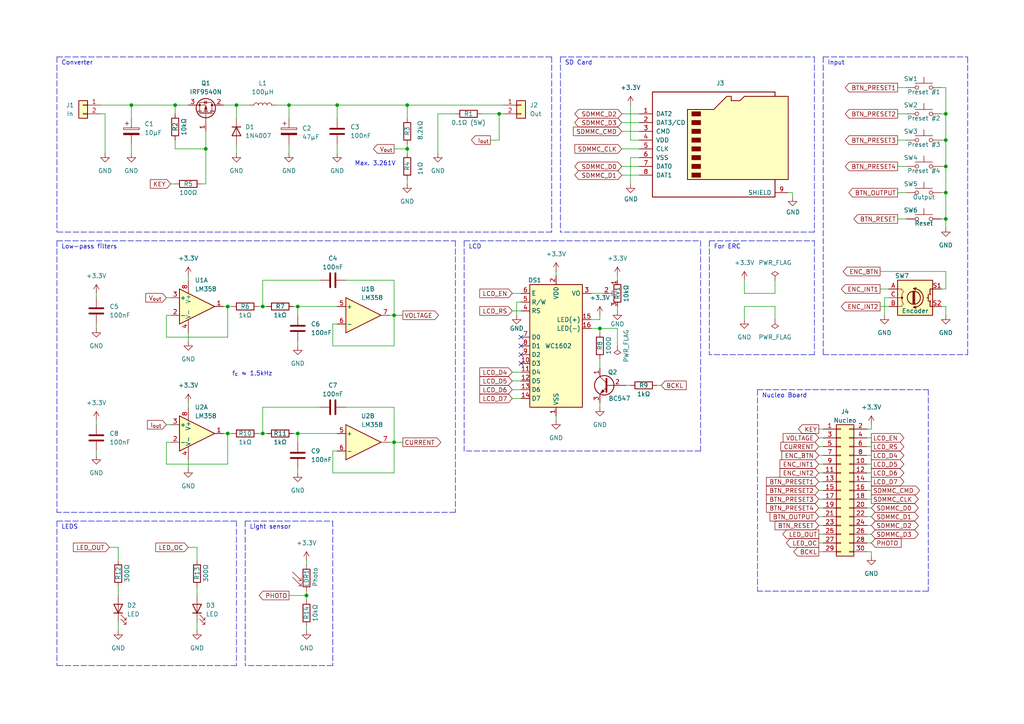
<source format=kicad_sch>
(kicad_sch (version 20211123) (generator eeschema)
  (paper "A4")
  (title_block (title "DC-DC Buck Converter") (date "2023-01-15") (rev "0.1.0"))
  (lib_symbols
    (symbol "Amplifier_Operational:LM358" (pin_names (offset 0.127))
      (property "Reference" "U" (at 0 5.08 0))
      (property "Value" "LM358" (at 0 -5.08 0))
      (symbol "LM358_1_1"
        (pin output line (at 7.62 0 180) (length 2.54) (name "~") (number "1"))
        (pin input line (at -7.62 -2.54 0) (length 2.54) (name "-") (number "2"))
        (pin input line (at -7.62 2.54 0) (length 2.54) (name "+") (number "3"))
      )
      (symbol "LM358_2_1"
        (pin input line (at -7.62 2.54 0) (length 2.54) (name "+") (number "5"))
        (pin input line (at -7.62 -2.54 0) (length 2.54) (name "-") (number "6"))
        (pin output line (at 7.62 0 180) (length 2.54) (name "~") (number "7"))
      )
      (symbol "LM358_3_1"
        (pin power_in line (at -2.54 -7.62 90) (length 3.81) (name "V-") (number "4"))
        (pin power_in line (at -2.54 7.62 270) (length 3.81) (name "V+") (number "8"))
      )
    )
    (symbol "Connector:Micro_SD_Card" (pin_names (offset 1.016))
      (property "Reference" "J" (at -16.51 15.24 0))
      (property "Value" "Micro_SD_Card" (at 16.51 15.24 0))
      (symbol "Micro_SD_Card_1_1"
        (pin bidirectional line (at -22.86 7.62 0) (length 3.81) (name "DAT2") (number "1"))
        (pin bidirectional line (at -22.86 5.08 0) (length 3.81) (name "DAT3/CD") (number "2"))
        (pin input line (at -22.86 2.54 0) (length 3.81) (name "CMD") (number "3"))
        (pin power_in line (at -22.86 0 0) (length 3.81) (name "VDD") (number "4"))
        (pin input line (at -22.86 -2.54 0) (length 3.81) (name "CLK") (number "5"))
        (pin power_in line (at -22.86 -5.08 0) (length 3.81) (name "VSS") (number "6"))
        (pin bidirectional line (at -22.86 -7.62 0) (length 3.81) (name "DAT0") (number "7"))
        (pin bidirectional line (at -22.86 -10.16 0) (length 3.81) (name "DAT1") (number "8"))
        (pin passive line (at 20.32 -15.24 180) (length 3.81) (name "SHIELD") (number "9"))
      )
    )
    (symbol "Connector_Generic:Conn_01x02" (pin_names (offset 1.016) hide)
      (property "Reference" "J" (at 0 2.54 0))
      (property "Value" "Conn_01x02" (at 0 -5.08 0))
      (symbol "Conn_01x02_1_1"
        (pin passive line (at -5.08 0 0) (length 3.81) (name "Pin_1") (number "1"))
        (pin passive line (at -5.08 -2.54 0) (length 3.81) (name "Pin_2") (number "2"))
      )
    )
    (symbol "Connector_Generic:Conn_02x15_Odd_Even" (pin_names (offset 1.016) hide)
      (property "Reference" "J" (at 1.27 20.32 0))
      (property "Value" "Conn_02x15_Odd_Even" (at 1.27 -20.32 0))
      (symbol "Conn_02x15_Odd_Even_1_1"
        (pin passive line (at -5.08 17.78 0) (length 3.81) (name "Pin_1") (number "1"))
        (pin passive line (at 7.62 7.62 180) (length 3.81) (name "Pin_10") (number "10"))
        (pin passive line (at -5.08 5.08 0) (length 3.81) (name "Pin_11") (number "11"))
        (pin passive line (at 7.62 5.08 180) (length 3.81) (name "Pin_12") (number "12"))
        (pin passive line (at -5.08 2.54 0) (length 3.81) (name "Pin_13") (number "13"))
        (pin passive line (at 7.62 2.54 180) (length 3.81) (name "Pin_14") (number "14"))
        (pin passive line (at -5.08 0 0) (length 3.81) (name "Pin_15") (number "15"))
        (pin passive line (at 7.62 0 180) (length 3.81) (name "Pin_16") (number "16"))
        (pin passive line (at -5.08 -2.54 0) (length 3.81) (name "Pin_17") (number "17"))
        (pin passive line (at 7.62 -2.54 180) (length 3.81) (name "Pin_18") (number "18"))
        (pin passive line (at -5.08 -5.08 0) (length 3.81) (name "Pin_19") (number "19"))
        (pin passive line (at 7.62 17.78 180) (length 3.81) (name "Pin_2") (number "2"))
        (pin passive line (at 7.62 -5.08 180) (length 3.81) (name "Pin_20") (number "20"))
        (pin passive line (at -5.08 -7.62 0) (length 3.81) (name "Pin_21") (number "21"))
        (pin passive line (at 7.62 -7.62 180) (length 3.81) (name "Pin_22") (number "22"))
        (pin passive line (at -5.08 -10.16 0) (length 3.81) (name "Pin_23") (number "23"))
        (pin passive line (at 7.62 -10.16 180) (length 3.81) (name "Pin_24") (number "24"))
        (pin passive line (at -5.08 -12.7 0) (length 3.81) (name "Pin_25") (number "25"))
        (pin passive line (at 7.62 -12.7 180) (length 3.81) (name "Pin_26") (number "26"))
        (pin passive line (at -5.08 -15.24 0) (length 3.81) (name "Pin_27") (number "27"))
        (pin passive line (at 7.62 -15.24 180) (length 3.81) (name "Pin_28") (number "28"))
        (pin passive line (at -5.08 -17.78 0) (length 3.81) (name "Pin_29") (number "29"))
        (pin passive line (at -5.08 15.24 0) (length 3.81) (name "Pin_3") (number "3"))
        (pin passive line (at 7.62 -17.78 180) (length 3.81) (name "Pin_30") (number "30"))
        (pin passive line (at 7.62 15.24 180) (length 3.81) (name "Pin_4") (number "4"))
        (pin passive line (at -5.08 12.7 0) (length 3.81) (name "Pin_5") (number "5"))
        (pin passive line (at 7.62 12.7 180) (length 3.81) (name "Pin_6") (number "6"))
        (pin passive line (at -5.08 10.16 0) (length 3.81) (name "Pin_7") (number "7"))
        (pin passive line (at 7.62 10.16 180) (length 3.81) (name "Pin_8") (number "8"))
        (pin passive line (at -5.08 7.62 0) (length 3.81) (name "Pin_9") (number "9"))
      )
    )
    (symbol "Device:C" (pin_numbers hide) (pin_names (offset 0.254))
      (property "Reference" "C" (at 0.635 2.54 0))
      (property "Value" "C" (at 0.635 -2.54 0))
      (symbol "C_1_1"
        (pin passive line (at 0 3.81 270) (length 2.794) (name "~") (number "1"))
        (pin passive line (at 0 -3.81 90) (length 2.794) (name "~") (number "2"))
      )
    )
    (symbol "Device:C_Polarized" (pin_numbers hide) (pin_names (offset 0.254))
      (property "Reference" "C" (at 0.635 2.54 0))
      (property "Value" "C_Polarized" (at 0.635 -2.54 0))
      (symbol "C_Polarized_1_1"
        (pin passive line (at 0 3.81 270) (length 2.794) (name "~") (number "1"))
        (pin passive line (at 0 -3.81 90) (length 2.794) (name "~") (number "2"))
      )
    )
    (symbol "Device:L" (pin_numbers hide) (pin_names (offset 1.016) hide)
      (property "Reference" "L" (at -1.27 0 90))
      (property "Value" "L" (at 1.905 0 90))
      (symbol "L_1_1"
        (pin passive line (at 0 3.81 270) (length 1.27) (name "1") (number "1"))
        (pin passive line (at 0 -3.81 90) (length 1.27) (name "2") (number "2"))
      )
    )
    (symbol "Device:LED" (pin_numbers hide) (pin_names (offset 1.016) hide)
      (property "Reference" "D" (at 0 2.54 0))
      (property "Value" "LED" (at 0 -2.54 0))
      (symbol "LED_1_1"
        (pin passive line (at -3.81 0 0) (length 2.54) (name "K") (number "1"))
        (pin passive line (at 3.81 0 180) (length 2.54) (name "A") (number "2"))
      )
    )
    (symbol "Device:R" (pin_numbers hide) (pin_names (offset 0))
      (property "Reference" "R" (at 2.032 0 90))
      (property "Value" "R" (at 0 0 90))
      (symbol "R_1_1"
        (pin passive line (at 0 3.81 270) (length 1.27) (name "~") (number "1"))
        (pin passive line (at 0 -3.81 90) (length 1.27) (name "~") (number "2"))
      )
    )
    (symbol "Device:R_Photo" (pin_numbers hide) (pin_names (offset 0))
      (property "Reference" "R" (at 1.27 1.27 0))
      (property "Value" "R_Photo" (at 1.27 0 0))
      (symbol "R_Photo_1_1"
        (pin passive line (at 0 3.81 270) (length 1.27) (name "~") (number "1"))
        (pin passive line (at 0 -3.81 90) (length 1.27) (name "~") (number "2"))
      )
    )
    (symbol "Device:R_Potentiometer_Trim" (pin_names (offset 1.016) hide)
      (property "Reference" "RV" (at -4.445 0 90))
      (property "Value" "R_Potentiometer_Trim" (at -2.54 0 90))
      (symbol "R_Potentiometer_Trim_1_1"
        (pin passive line (at 0 3.81 270) (length 1.27) (name "1") (number "1"))
        (pin passive line (at 3.81 0 180) (length 1.27) (name "2") (number "2"))
        (pin passive line (at 0 -3.81 90) (length 1.27) (name "3") (number "3"))
      )
    )
    (symbol "Device:RotaryEncoder_Switch" (pin_names (offset 0.254) hide)
      (property "Reference" "SW" (at 0 6.604 0))
      (property "Value" "RotaryEncoder_Switch" (at 0 -6.604 0))
      (symbol "RotaryEncoder_Switch_1_1"
        (pin passive line (at -7.62 2.54 0) (length 2.54) (name "A") (number "A"))
        (pin passive line (at -7.62 -2.54 0) (length 2.54) (name "B") (number "B"))
        (pin passive line (at -7.62 0 0) (length 2.54) (name "C") (number "C"))
        (pin passive line (at 7.62 2.54 180) (length 2.54) (name "S1") (number "S1"))
        (pin passive line (at 7.62 -2.54 180) (length 2.54) (name "S2") (number "S2"))
      )
    )
    (symbol "Diode:1N4007" (pin_numbers hide) (pin_names hide)
      (property "Reference" "D" (at 0 2.54 0))
      (property "Value" "1N4007" (at 0 -2.54 0))
      (symbol "1N4007_1_1"
        (pin passive line (at -3.81 0 0) (length 2.54) (name "K") (number "1"))
        (pin passive line (at 3.81 0 180) (length 2.54) (name "A") (number "2"))
      )
    )
    (symbol "Display_Character:WC1602A"
      (property "Reference" "DS" (at -5.842 19.05 0))
      (property "Value" "WC1602A" (at 5.334 19.05 0))
      (symbol "WC1602A_1_1"
        (pin power_in line (at 0 -20.32 90) (length 2.54) (name "VSS") (number "1"))
        (pin input line (at -10.16 -5.08 0) (length 2.54) (name "D3") (number "10"))
        (pin input line (at -10.16 -7.62 0) (length 2.54) (name "D4") (number "11"))
        (pin input line (at -10.16 -10.16 0) (length 2.54) (name "D5") (number "12"))
        (pin input line (at -10.16 -12.7 0) (length 2.54) (name "D6") (number "13"))
        (pin input line (at -10.16 -15.24 0) (length 2.54) (name "D7") (number "14"))
        (pin power_in line (at 10.16 7.62 180) (length 2.54) (name "LED(+)") (number "15"))
        (pin power_in line (at 10.16 5.08 180) (length 2.54) (name "LED(-)") (number "16"))
        (pin power_in line (at 0 20.32 270) (length 2.54) (name "VDD") (number "2"))
        (pin input line (at 10.16 15.24 180) (length 2.54) (name "VO") (number "3"))
        (pin input line (at -10.16 10.16 0) (length 2.54) (name "RS") (number "4"))
        (pin input line (at -10.16 12.7 0) (length 2.54) (name "R/W") (number "5"))
        (pin input line (at -10.16 15.24 0) (length 2.54) (name "E") (number "6"))
        (pin input line (at -10.16 2.54 0) (length 2.54) (name "D0") (number "7"))
        (pin input line (at -10.16 0 0) (length 2.54) (name "D1") (number "8"))
        (pin input line (at -10.16 -2.54 0) (length 2.54) (name "D2") (number "9"))
      )
    )
    (symbol "Switch:SW_Push" (pin_numbers hide) (pin_names (offset 1.016) hide)
      (property "Reference" "SW" (at 1.27 2.54 0))
      (property "Value" "SW_Push" (at 0 -1.524 0))
      (symbol "SW_Push_0_1"
        (pin passive line (at -5.08 0 0) (length 2.54) (name "1") (number "1"))
        (pin passive line (at 5.08 0 180) (length 2.54) (name "2") (number "2"))
      )
    )
    (symbol "Transistor_BJT:BC547" (pin_names (offset 0) hide)
      (property "Reference" "Q" (at 5.08 1.905 0))
      (property "Value" "BC547" (at 5.08 0 0))
      (symbol "BC547_1_1"
        (pin passive line (at 2.54 5.08 270) (length 2.54) (name "C") (number "1"))
        (pin input line (at -5.08 0 0) (length 5.08) (name "B") (number "2"))
        (pin passive line (at 2.54 -5.08 90) (length 2.54) (name "E") (number "3"))
      )
    )
    (symbol "Transistor_FET:IRF9540N" (pin_names hide)
      (property "Reference" "Q" (at 5.08 1.905 0))
      (property "Value" "IRF9540N" (at 5.08 0 0))
      (symbol "IRF9540N_1_1"
        (pin input line (at -5.08 0 0) (length 2.54) (name "G") (number "1"))
        (pin passive line (at 2.54 5.08 270) (length 2.54) (name "D") (number "2"))
        (pin passive line (at 2.54 -5.08 90) (length 2.54) (name "S") (number "3"))
      )
    )
    (symbol "power:+3.3V" (power) (pin_names (offset 0))
      (property "Value" "+3.3V" (at 0 3.556 0))
      (symbol "+3.3V_1_1"
        (pin power_in line (at 0 0 90) (length 0) hide (name "+3.3V") (number "1"))
      )
    )
    (symbol "power:GND" (power) (pin_names (offset 0))
      (property "Value" "GND" (at 0 -3.81 0))
      (symbol "GND_1_1"
        (pin power_in line (at 0 0 270) (length 0) hide (name "GND") (number "1"))
      )
    )
    (symbol "power:PWR_FLAG" (power) (pin_numbers hide) (pin_names (offset 0) hide)
      (property "Value" "PWR_FLAG" (at 0 3.81 0))
      (symbol "PWR_FLAG_0_0"
        (pin power_out line (at 0 0 90) (length 0) (name "pwr") (number "1"))
      )
    )
  )
  (junction (at 114.3 91.44))
  (junction (at 274.32 48.26))
  (junction (at 118.11 43.18))
  (junction (at 66.04 125.73))
  (junction (at 173.99 95.25))
  (junction (at 274.32 40.64))
  (junction (at 59.69 43.18))
  (junction (at 118.11 30.48))
  (junction (at 86.36 88.9))
  (junction (at 88.9 172.72))
  (junction (at 114.3 128.27))
  (junction (at 97.79 30.48))
  (junction (at 86.36 125.73))
  (junction (at 83.82 30.48))
  (junction (at 68.58 30.48))
  (junction (at 38.1 30.48))
  (junction (at 76.2 125.73))
  (junction (at 66.04 88.9))
  (junction (at 274.32 33.02))
  (junction (at 50.8 30.48))
  (junction (at 274.32 63.5))
  (junction (at 274.32 55.88))
  (junction (at 76.2 88.9))
  (junction (at 144.78 33.02))
  (no_connect (at 151.13 100.33))
  (no_connect (at 151.13 102.87))
  (no_connect (at 151.13 105.41))
  (no_connect (at 151.13 97.79))
  (wire (pts (xy 88.9 162.56) (xy 88.9 163.83)))
  (wire (pts (xy 181.61 111.76) (xy 182.88 111.76)))
  (wire (pts (xy 58.42 53.34) (xy 59.69 53.34)))
  (wire (pts (xy 151.13 87.63) (xy 149.86 87.63)))
  (wire (pts (xy 173.99 91.44) (xy 173.99 92.71)))
  (polyline (pts (xy 238.76 102.87) (xy 280.67 102.87)))
  (wire (pts (xy 274.32 78.74) (xy 255.27 78.74)))
  (polyline (pts (xy 71.12 151.13) (xy 96.52 151.13)))
  (wire (pts (xy 229.87 55.88) (xy 228.6 55.88)))
  (wire (pts (xy 237.49 154.94) (xy 238.76 154.94)))
  (wire (pts (xy 57.15 170.18) (xy 57.15 172.72)))
  (wire (pts (xy 252.73 134.62) (xy 251.46 134.62)))
  (wire (pts (xy 66.04 88.9) (xy 67.31 88.9)))
  (polyline (pts (xy 16.51 16.51) (xy 160.02 16.51)))
  (wire (pts (xy 97.79 41.91) (xy 97.79 44.45)))
  (polyline (pts (xy 269.24 171.45) (xy 219.71 171.45)))
  (wire (pts (xy 85.09 88.9) (xy 86.36 88.9)))
  (wire (pts (xy 31.75 158.75) (xy 34.29 158.75)))
  (wire (pts (xy 118.11 41.91) (xy 118.11 43.18)))
  (wire (pts (xy 255.27 83.82) (xy 257.81 83.82)))
  (wire (pts (xy 260.35 48.26) (xy 262.89 48.26)))
  (wire (pts (xy 64.77 88.9) (xy 66.04 88.9)))
  (wire (pts (xy 274.32 55.88) (xy 274.32 63.5)))
  (wire (pts (xy 260.35 55.88) (xy 262.89 55.88)))
  (wire (pts (xy 59.69 43.18) (xy 50.8 43.18)))
  (wire (pts (xy 224.79 88.9) (xy 215.9 88.9)))
  (wire (pts (xy 251.46 160.02) (xy 252.73 160.02)))
  (wire (pts (xy 48.26 128.27) (xy 48.26 134.62)))
  (polyline (pts (xy 134.62 69.85) (xy 134.62 130.81)))
  (wire (pts (xy 68.58 30.48) (xy 72.39 30.48)))
  (wire (pts (xy 48.26 123.19) (xy 49.53 123.19)))
  (wire (pts (xy 127 33.02) (xy 127 44.45)))
  (wire (pts (xy 113.03 91.44) (xy 114.3 91.44)))
  (wire (pts (xy 252.73 132.08) (xy 251.46 132.08)))
  (wire (pts (xy 27.94 85.09) (xy 27.94 86.36)))
  (polyline (pts (xy 162.56 16.51) (xy 162.56 67.31)))
  (wire (pts (xy 144.78 33.02) (xy 146.05 33.02)))
  (wire (pts (xy 224.79 92.71) (xy 224.79 88.9)))
  (wire (pts (xy 86.36 88.9) (xy 97.79 88.9)))
  (wire (pts (xy 274.32 88.9) (xy 273.05 88.9)))
  (wire (pts (xy 114.3 81.28) (xy 114.3 91.44)))
  (wire (pts (xy 30.48 44.45) (xy 30.48 33.02)))
  (wire (pts (xy 252.73 137.16) (xy 251.46 137.16)))
  (wire (pts (xy 88.9 172.72) (xy 88.9 173.99)))
  (wire (pts (xy 255.27 88.9) (xy 257.81 88.9)))
  (wire (pts (xy 142.24 40.64) (xy 144.78 40.64)))
  (wire (pts (xy 161.29 120.65) (xy 161.29 121.92)))
  (wire (pts (xy 237.49 149.86) (xy 238.76 149.86)))
  (wire (pts (xy 274.32 40.64) (xy 274.32 48.26)))
  (wire (pts (xy 171.45 85.09) (xy 175.26 85.09)))
  (wire (pts (xy 148.59 115.57) (xy 151.13 115.57)))
  (wire (pts (xy 237.49 129.54) (xy 238.76 129.54)))
  (wire (pts (xy 274.32 83.82) (xy 274.32 78.74)))
  (wire (pts (xy 64.77 125.73) (xy 66.04 125.73)))
  (wire (pts (xy 179.07 80.01) (xy 179.07 81.28)))
  (polyline (pts (xy 205.74 69.85) (xy 236.22 69.85)))
  (wire (pts (xy 64.77 30.48) (xy 68.58 30.48)))
  (wire (pts (xy 252.73 124.46) (xy 252.73 123.19)))
  (wire (pts (xy 260.35 25.4) (xy 262.89 25.4)))
  (polyline (pts (xy 68.58 193.04) (xy 16.51 193.04)))
  (wire (pts (xy 252.73 152.4) (xy 251.46 152.4)))
  (wire (pts (xy 96.52 93.98) (xy 96.52 100.33)))
  (wire (pts (xy 273.05 63.5) (xy 274.32 63.5)))
  (wire (pts (xy 161.29 78.74) (xy 161.29 80.01)))
  (wire (pts (xy 190.5 111.76) (xy 191.77 111.76)))
  (wire (pts (xy 97.79 30.48) (xy 97.79 34.29)))
  (wire (pts (xy 49.53 53.34) (xy 50.8 53.34)))
  (wire (pts (xy 182.88 30.48) (xy 182.88 40.64)))
  (wire (pts (xy 252.73 127) (xy 251.46 127)))
  (polyline (pts (xy 132.08 148.59) (xy 16.51 148.59)))
  (wire (pts (xy 127 33.02) (xy 132.08 33.02)))
  (polyline (pts (xy 96.52 193.04) (xy 71.12 193.04)))
  (wire (pts (xy 97.79 93.98) (xy 96.52 93.98)))
  (polyline (pts (xy 71.12 151.13) (xy 71.12 193.04)))
  (wire (pts (xy 256.54 86.36) (xy 256.54 91.44)))
  (wire (pts (xy 215.9 88.9) (xy 215.9 92.71)))
  (wire (pts (xy 76.2 125.73) (xy 77.47 125.73)))
  (wire (pts (xy 182.88 53.34) (xy 182.88 45.72)))
  (polyline (pts (xy 134.62 69.85) (xy 203.2 69.85)))
  (wire (pts (xy 260.35 33.02) (xy 262.89 33.02)))
  (wire (pts (xy 252.73 149.86) (xy 251.46 149.86)))
  (wire (pts (xy 114.3 128.27) (xy 116.84 128.27)))
  (wire (pts (xy 180.34 33.02) (xy 185.42 33.02)))
  (wire (pts (xy 66.04 88.9) (xy 66.04 97.79)))
  (polyline (pts (xy 16.51 151.13) (xy 68.58 151.13)))
  (wire (pts (xy 148.59 90.17) (xy 151.13 90.17)))
  (polyline (pts (xy 280.67 102.87) (xy 280.67 16.51)))
  (wire (pts (xy 257.81 86.36) (xy 256.54 86.36)))
  (polyline (pts (xy 16.51 69.85) (xy 16.51 148.59)))
  (wire (pts (xy 229.87 57.15) (xy 229.87 55.88)))
  (wire (pts (xy 237.49 124.46) (xy 238.76 124.46)))
  (wire (pts (xy 83.82 41.91) (xy 83.82 44.45)))
  (polyline (pts (xy 236.22 16.51) (xy 236.22 67.31)))
  (polyline (pts (xy 236.22 102.87) (xy 205.74 102.87)))
  (wire (pts (xy 273.05 83.82) (xy 274.32 83.82)))
  (wire (pts (xy 260.35 63.5) (xy 262.89 63.5)))
  (wire (pts (xy 237.49 137.16) (xy 238.76 137.16)))
  (wire (pts (xy 27.94 130.81) (xy 27.94 132.08)))
  (wire (pts (xy 86.36 125.73) (xy 97.79 125.73)))
  (wire (pts (xy 96.52 130.81) (xy 96.52 137.16)))
  (wire (pts (xy 54.61 30.48) (xy 50.8 30.48)))
  (wire (pts (xy 237.49 147.32) (xy 238.76 147.32)))
  (wire (pts (xy 113.03 128.27) (xy 114.3 128.27)))
  (polyline (pts (xy 203.2 69.85) (xy 203.2 130.81)))
  (polyline (pts (xy 205.74 69.85) (xy 205.74 102.87)))
  (wire (pts (xy 118.11 43.18) (xy 118.11 44.45)))
  (wire (pts (xy 182.88 45.72) (xy 185.42 45.72)))
  (wire (pts (xy 86.36 88.9) (xy 86.36 91.44)))
  (wire (pts (xy 86.36 99.06) (xy 86.36 100.33)))
  (wire (pts (xy 76.2 88.9) (xy 77.47 88.9)))
  (wire (pts (xy 237.49 134.62) (xy 238.76 134.62)))
  (wire (pts (xy 180.34 43.18) (xy 185.42 43.18)))
  (wire (pts (xy 48.26 97.79) (xy 66.04 97.79)))
  (wire (pts (xy 27.94 93.98) (xy 27.94 95.25)))
  (wire (pts (xy 54.61 116.84) (xy 54.61 118.11)))
  (polyline (pts (xy 236.22 67.31) (xy 162.56 67.31)))
  (wire (pts (xy 237.49 152.4) (xy 238.76 152.4)))
  (wire (pts (xy 34.29 180.34) (xy 34.29 182.88)))
  (wire (pts (xy 50.8 30.48) (xy 38.1 30.48)))
  (wire (pts (xy 273.05 33.02) (xy 274.32 33.02)))
  (polyline (pts (xy 162.56 16.51) (xy 236.22 16.51)))
  (wire (pts (xy 237.49 157.48) (xy 238.76 157.48)))
  (wire (pts (xy 96.52 100.33) (xy 114.3 100.33)))
  (wire (pts (xy 74.93 88.9) (xy 76.2 88.9)))
  (wire (pts (xy 237.49 160.02) (xy 238.76 160.02)))
  (wire (pts (xy 215.9 85.09) (xy 224.79 85.09)))
  (wire (pts (xy 274.32 63.5) (xy 274.32 66.04)))
  (wire (pts (xy 50.8 43.18) (xy 50.8 40.64)))
  (wire (pts (xy 54.61 96.52) (xy 54.61 99.06)))
  (wire (pts (xy 252.73 147.32) (xy 251.46 147.32)))
  (wire (pts (xy 148.59 85.09) (xy 151.13 85.09)))
  (wire (pts (xy 86.36 135.89) (xy 86.36 137.16)))
  (polyline (pts (xy 160.02 67.31) (xy 16.51 67.31)))
  (wire (pts (xy 88.9 181.61) (xy 88.9 182.88)))
  (wire (pts (xy 252.73 139.7) (xy 251.46 139.7)))
  (wire (pts (xy 30.48 33.02) (xy 29.21 33.02)))
  (wire (pts (xy 34.29 170.18) (xy 34.29 172.72)))
  (wire (pts (xy 100.33 81.28) (xy 114.3 81.28)))
  (wire (pts (xy 274.32 48.26) (xy 274.32 55.88)))
  (wire (pts (xy 148.59 110.49) (xy 151.13 110.49)))
  (wire (pts (xy 173.99 96.52) (xy 173.99 95.25)))
  (wire (pts (xy 215.9 81.28) (xy 215.9 85.09)))
  (wire (pts (xy 68.58 30.48) (xy 68.58 34.29)))
  (wire (pts (xy 48.26 134.62) (xy 66.04 134.62)))
  (wire (pts (xy 97.79 130.81) (xy 96.52 130.81)))
  (polyline (pts (xy 16.51 151.13) (xy 16.51 193.04)))
  (wire (pts (xy 118.11 53.34) (xy 118.11 52.07)))
  (wire (pts (xy 273.05 55.88) (xy 274.32 55.88)))
  (wire (pts (xy 85.09 125.73) (xy 86.36 125.73)))
  (wire (pts (xy 27.94 121.92) (xy 27.94 123.19)))
  (wire (pts (xy 59.69 43.18) (xy 59.69 53.34)))
  (wire (pts (xy 80.01 30.48) (xy 83.82 30.48)))
  (wire (pts (xy 237.49 127) (xy 238.76 127)))
  (wire (pts (xy 83.82 172.72) (xy 88.9 172.72)))
  (polyline (pts (xy 16.51 69.85) (xy 132.08 69.85)))
  (polyline (pts (xy 160.02 16.51) (xy 160.02 67.31)))
  (wire (pts (xy 114.3 100.33) (xy 114.3 91.44)))
  (wire (pts (xy 76.2 88.9) (xy 76.2 81.28)))
  (wire (pts (xy 54.61 133.35) (xy 54.61 135.89)))
  (wire (pts (xy 252.73 160.02) (xy 252.73 161.29)))
  (wire (pts (xy 180.34 48.26) (xy 185.42 48.26)))
  (wire (pts (xy 114.3 43.18) (xy 118.11 43.18)))
  (wire (pts (xy 144.78 40.64) (xy 144.78 33.02)))
  (wire (pts (xy 88.9 171.45) (xy 88.9 172.72)))
  (wire (pts (xy 185.42 40.64) (xy 182.88 40.64)))
  (polyline (pts (xy 96.52 151.13) (xy 96.52 193.04)))
  (wire (pts (xy 252.73 142.24) (xy 251.46 142.24)))
  (wire (pts (xy 260.35 40.64) (xy 262.89 40.64)))
  (wire (pts (xy 34.29 162.56) (xy 34.29 158.75)))
  (wire (pts (xy 97.79 30.48) (xy 118.11 30.48)))
  (wire (pts (xy 66.04 125.73) (xy 67.31 125.73)))
  (wire (pts (xy 274.32 33.02) (xy 274.32 40.64)))
  (wire (pts (xy 173.99 95.25) (xy 179.07 95.25)))
  (wire (pts (xy 38.1 41.91) (xy 38.1 44.45)))
  (wire (pts (xy 173.99 116.84) (xy 173.99 118.11)))
  (wire (pts (xy 74.93 125.73) (xy 76.2 125.73)))
  (wire (pts (xy 83.82 30.48) (xy 83.82 34.29)))
  (wire (pts (xy 76.2 125.73) (xy 76.2 118.11)))
  (polyline (pts (xy 219.71 113.03) (xy 219.71 171.45)))
  (wire (pts (xy 237.49 132.08) (xy 238.76 132.08)))
  (wire (pts (xy 59.69 38.1) (xy 59.69 43.18)))
  (wire (pts (xy 273.05 48.26) (xy 274.32 48.26)))
  (wire (pts (xy 83.82 30.48) (xy 97.79 30.48)))
  (wire (pts (xy 96.52 137.16) (xy 114.3 137.16)))
  (wire (pts (xy 118.11 30.48) (xy 118.11 34.29)))
  (wire (pts (xy 49.53 128.27) (xy 48.26 128.27)))
  (wire (pts (xy 148.59 107.95) (xy 151.13 107.95)))
  (wire (pts (xy 252.73 129.54) (xy 251.46 129.54)))
  (wire (pts (xy 171.45 92.71) (xy 173.99 92.71)))
  (wire (pts (xy 224.79 85.09) (xy 224.79 81.28)))
  (wire (pts (xy 50.8 30.48) (xy 50.8 33.02)))
  (wire (pts (xy 185.42 50.8) (xy 180.34 50.8)))
  (polyline (pts (xy 238.76 16.51) (xy 280.67 16.51)))
  (wire (pts (xy 237.49 144.78) (xy 238.76 144.78)))
  (wire (pts (xy 100.33 118.11) (xy 114.3 118.11)))
  (polyline (pts (xy 238.76 16.51) (xy 238.76 102.87)))
  (wire (pts (xy 38.1 30.48) (xy 38.1 34.29)))
  (wire (pts (xy 118.11 30.48) (xy 146.05 30.48)))
  (wire (pts (xy 54.61 80.01) (xy 54.61 81.28)))
  (wire (pts (xy 252.73 154.94) (xy 251.46 154.94)))
  (polyline (pts (xy 269.24 113.03) (xy 269.24 171.45)))
  (wire (pts (xy 57.15 180.34) (xy 57.15 182.88)))
  (wire (pts (xy 173.99 104.14) (xy 173.99 106.68)))
  (wire (pts (xy 48.26 91.44) (xy 48.26 97.79)))
  (wire (pts (xy 76.2 81.28) (xy 92.71 81.28)))
  (wire (pts (xy 86.36 125.73) (xy 86.36 128.27)))
  (wire (pts (xy 251.46 157.48) (xy 252.73 157.48)))
  (wire (pts (xy 66.04 125.73) (xy 66.04 134.62)))
  (polyline (pts (xy 236.22 69.85) (xy 236.22 102.87)))
  (wire (pts (xy 76.2 118.11) (xy 92.71 118.11)))
  (wire (pts (xy 48.26 86.36) (xy 49.53 86.36)))
  (wire (pts (xy 114.3 91.44) (xy 116.84 91.44)))
  (polyline (pts (xy 68.58 151.13) (xy 68.58 193.04)))
  (wire (pts (xy 251.46 124.46) (xy 252.73 124.46)))
  (wire (pts (xy 179.07 88.9) (xy 179.07 90.17)))
  (wire (pts (xy 252.73 144.78) (xy 251.46 144.78)))
  (wire (pts (xy 139.7 33.02) (xy 144.78 33.02)))
  (wire (pts (xy 274.32 25.4) (xy 274.32 33.02)))
  (polyline (pts (xy 203.2 130.81) (xy 134.62 130.81)))
  (wire (pts (xy 114.3 137.16) (xy 114.3 128.27)))
  (wire (pts (xy 237.49 139.7) (xy 238.76 139.7)))
  (wire (pts (xy 29.21 30.48) (xy 38.1 30.48)))
  (wire (pts (xy 273.05 40.64) (xy 274.32 40.64)))
  (wire (pts (xy 114.3 118.11) (xy 114.3 128.27)))
  (wire (pts (xy 148.59 113.03) (xy 151.13 113.03)))
  (polyline (pts (xy 16.51 16.51) (xy 16.51 67.31)))
  (wire (pts (xy 180.34 35.56) (xy 185.42 35.56)))
  (wire (pts (xy 149.86 87.63) (xy 149.86 91.44)))
  (wire (pts (xy 173.99 95.25) (xy 171.45 95.25)))
  (wire (pts (xy 180.34 38.1) (xy 185.42 38.1)))
  (wire (pts (xy 179.07 95.25) (xy 179.07 100.33)))
  (wire (pts (xy 49.53 91.44) (xy 48.26 91.44)))
  (wire (pts (xy 54.61 158.75) (xy 57.15 158.75)))
  (polyline (pts (xy 219.71 113.03) (xy 269.24 113.03)))
  (polyline (pts (xy 132.08 69.85) (xy 132.08 148.59)))
  (wire (pts (xy 274.32 25.4) (xy 273.05 25.4)))
  (wire (pts (xy 57.15 162.56) (xy 57.15 158.75)))
  (wire (pts (xy 237.49 142.24) (xy 238.76 142.24)))
  (wire (pts (xy 274.32 91.44) (xy 274.32 88.9)))
  (wire (pts (xy 68.58 41.91) (xy 68.58 44.45)))
  (text "f_{c} ≈ 1.5kHz" (at 67.31 109.22 0) (effects (font (size 1.27 1.27)) (justify left bottom)))
  (text "Nucleo Board" (at 220.98 115.57 0) (effects (font (size 1.27 1.27)) (justify left bottom)))
  (text "For ERC" (at 207.01 72.39 0) (effects (font (size 1.27 1.27)) (justify left bottom)))
  (text "Low-pass filters" (at 17.78 72.39 0) (effects (font (size 1.27 1.27)) (justify left bottom)))
  (text "LEDS" (at 17.78 153.67 0) (effects (font (size 1.27 1.27)) (justify left bottom)))
  (text "Max. 3.261V" (at 102.87 48.26 0) (effects (font (size 1.27 1.27)) (justify left bottom)))
  (text "LCD" (at 135.89 72.39 0) (effects (font (size 1.27 1.27)) (justify left bottom)))
  (text "SD Card" (at 163.83 19.05 0) (effects (font (size 1.27 1.27)) (justify left bottom)))
  (text "Converter" (at 17.78 19.05 0) (effects (font (size 1.27 1.27)) (justify left bottom)))
  (text "Input" (at 240.03 19.05 0) (effects (font (size 1.27 1.27)) (justify left bottom)))
  (text "Light sensor" (at 72.39 153.67 0) (effects (font (size 1.27 1.27)) (justify left bottom)))
  (global_label "KEY" (shape output) (at 237.49 124.46 180) (property "Intersheet References" "${INTERSHEET_REFS}" (effects hide)))
  (global_label "BTN_PRESET1" (shape output) (at 260.35 25.4 180) (property "Intersheet References" "${INTERSHEET_REFS}" (effects hide)))
  (global_label "SDMMC_D2" (shape bidirectional) (at 180.34 33.02 180) (property "Intersheet References" "${INTERSHEET_REFS}" (effects hide)))
  (global_label "SDMMC_CMD" (shape output) (at 252.73 142.24 0) (property "Intersheet References" "${INTERSHEET_REFS}" (effects hide)))
  (global_label "I_{out}" (shape output) (at 142.24 40.64 180) (property "Intersheet References" "${INTERSHEET_REFS}" (effects hide)))
  (global_label "LCD_D5" (shape input) (at 148.59 110.49 180) (property "Intersheet References" "${INTERSHEET_REFS}" (effects hide)))
  (global_label "BTN_PRESET3" (shape input) (at 237.49 144.78 180) (property "Intersheet References" "${INTERSHEET_REFS}" (effects hide)))
  (global_label "BTN_PRESET2" (shape input) (at 237.49 142.24 180) (property "Intersheet References" "${INTERSHEET_REFS}" (effects hide)))
  (global_label "SDMMC_D3" (shape bidirectional) (at 252.73 154.94 0) (property "Intersheet References" "${INTERSHEET_REFS}" (effects hide)))
  (global_label "SDMMC_D0" (shape bidirectional) (at 180.34 48.26 180) (property "Intersheet References" "${INTERSHEET_REFS}" (effects hide)))
  (global_label "V_{out}" (shape input) (at 48.26 86.36 180) (property "Intersheet References" "${INTERSHEET_REFS}" (effects hide)))
  (global_label "PHOTO" (shape output) (at 83.82 172.72 180) (property "Intersheet References" "${INTERSHEET_REFS}" (effects hide)))
  (global_label "BTN_PRESET1" (shape input) (at 237.49 139.7 180) (property "Intersheet References" "${INTERSHEET_REFS}" (effects hide)))
  (global_label "CURRENT" (shape output) (at 116.84 128.27 0) (property "Intersheet References" "${INTERSHEET_REFS}" (effects hide)))
  (global_label "SDMMC_D0" (shape bidirectional) (at 252.73 147.32 0) (property "Intersheet References" "${INTERSHEET_REFS}" (effects hide)))
  (global_label "BTN_PRESET3" (shape output) (at 260.35 40.64 180) (property "Intersheet References" "${INTERSHEET_REFS}" (effects hide)))
  (global_label "LED_OC" (shape input) (at 54.61 158.75 180) (property "Intersheet References" "${INTERSHEET_REFS}" (effects hide)))
  (global_label "SDMMC_D1" (shape bidirectional) (at 252.73 149.86 0) (property "Intersheet References" "${INTERSHEET_REFS}" (effects hide)))
  (global_label "BTN_OUTPUT" (shape output) (at 260.35 55.88 180) (property "Intersheet References" "${INTERSHEET_REFS}" (effects hide)))
  (global_label "BTN_OUTPUT" (shape input) (at 237.49 149.86 180) (property "Intersheet References" "${INTERSHEET_REFS}" (effects hide)))
  (global_label "LCD_D6" (shape output) (at 252.73 137.16 0) (property "Intersheet References" "${INTERSHEET_REFS}" (effects hide)))
  (global_label "LCD_RS" (shape output) (at 252.73 129.54 0) (property "Intersheet References" "${INTERSHEET_REFS}" (effects hide)))
  (global_label "LED_OUT" (shape output) (at 237.49 154.94 180) (property "Intersheet References" "${INTERSHEET_REFS}" (effects hide)))
  (global_label "BTN_RESET" (shape output) (at 260.35 63.5 180) (property "Intersheet References" "${INTERSHEET_REFS}" (effects hide)))
  (global_label "LCD_D7" (shape output) (at 252.73 139.7 0) (property "Intersheet References" "${INTERSHEET_REFS}" (effects hide)))
  (global_label "BTN_RESET" (shape input) (at 237.49 152.4 180) (property "Intersheet References" "${INTERSHEET_REFS}" (effects hide)))
  (global_label "LCD_D6" (shape input) (at 148.59 113.03 180) (property "Intersheet References" "${INTERSHEET_REFS}" (effects hide)))
  (global_label "ENC_INT1" (shape input) (at 237.49 134.62 180) (property "Intersheet References" "${INTERSHEET_REFS}" (effects hide)))
  (global_label "CURRENT" (shape input) (at 237.49 129.54 180) (property "Intersheet References" "${INTERSHEET_REFS}" (effects hide)))
  (global_label "LCD_D4" (shape input) (at 148.59 107.95 180) (property "Intersheet References" "${INTERSHEET_REFS}" (effects hide)))
  (global_label "KEY" (shape input) (at 49.53 53.34 180) (property "Intersheet References" "${INTERSHEET_REFS}" (effects hide)))
  (global_label "SDMMC_D2" (shape bidirectional) (at 252.73 152.4 0) (property "Intersheet References" "${INTERSHEET_REFS}" (effects hide)))
  (global_label "BCKL" (shape output) (at 237.49 160.02 180) (property "Intersheet References" "${INTERSHEET_REFS}" (effects hide)))
  (global_label "BCKL" (shape input) (at 191.77 111.76 0) (property "Intersheet References" "${INTERSHEET_REFS}" (effects hide)))
  (global_label "PHOTO" (shape input) (at 252.73 157.48 0) (property "Intersheet References" "${INTERSHEET_REFS}" (effects hide)))
  (global_label "ENC_INT1" (shape output) (at 255.27 83.82 180) (property "Intersheet References" "${INTERSHEET_REFS}" (effects hide)))
  (global_label "LED_OUT" (shape input) (at 31.75 158.75 180) (property "Intersheet References" "${INTERSHEET_REFS}" (effects hide)))
  (global_label "BTN_PRESET2" (shape output) (at 260.35 33.02 180) (property "Intersheet References" "${INTERSHEET_REFS}" (effects hide)))
  (global_label "LCD_D4" (shape output) (at 252.73 132.08 0) (property "Intersheet References" "${INTERSHEET_REFS}" (effects hide)))
  (global_label "VOLTAGE" (shape output) (at 116.84 91.44 0) (property "Intersheet References" "${INTERSHEET_REFS}" (effects hide)))
  (global_label "ENC_BTN" (shape input) (at 237.49 132.08 180) (property "Intersheet References" "${INTERSHEET_REFS}" (effects hide)))
  (global_label "LCD_EN" (shape output) (at 252.73 127 0) (property "Intersheet References" "${INTERSHEET_REFS}" (effects hide)))
  (global_label "LCD_D5" (shape output) (at 252.73 134.62 0) (property "Intersheet References" "${INTERSHEET_REFS}" (effects hide)))
  (global_label "VOLTAGE" (shape input) (at 237.49 127 180) (property "Intersheet References" "${INTERSHEET_REFS}" (effects hide)))
  (global_label "SDMMC_CMD" (shape input) (at 180.34 38.1 180) (property "Intersheet References" "${INTERSHEET_REFS}" (effects hide)))
  (global_label "ENC_INT2" (shape output) (at 255.27 88.9 180) (property "Intersheet References" "${INTERSHEET_REFS}" (effects hide)))
  (global_label "BTN_PRESET4" (shape output) (at 260.35 48.26 180) (property "Intersheet References" "${INTERSHEET_REFS}" (effects hide)))
  (global_label "ENC_BTN" (shape output) (at 255.27 78.74 180) (property "Intersheet References" "${INTERSHEET_REFS}" (effects hide)))
  (global_label "SDMMC_D1" (shape bidirectional) (at 180.34 50.8 180) (property "Intersheet References" "${INTERSHEET_REFS}" (effects hide)))
  (global_label "V_{out}" (shape output) (at 114.3 43.18 180) (property "Intersheet References" "${INTERSHEET_REFS}" (effects hide)))
  (global_label "LCD_EN" (shape input) (at 148.59 85.09 180) (property "Intersheet References" "${INTERSHEET_REFS}" (effects hide)))
  (global_label "LED_OC" (shape output) (at 237.49 157.48 180) (property "Intersheet References" "${INTERSHEET_REFS}" (effects hide)))
  (global_label "SDMMC_CLK" (shape output) (at 252.73 144.78 0) (property "Intersheet References" "${INTERSHEET_REFS}" (effects hide)))
  (global_label "LCD_RS" (shape input) (at 148.59 90.17 180) (property "Intersheet References" "${INTERSHEET_REFS}" (effects hide)))
  (global_label "ENC_INT2" (shape input) (at 237.49 137.16 180) (property "Intersheet References" "${INTERSHEET_REFS}" (effects hide)))
  (global_label "SDMMC_CLK" (shape input) (at 180.34 43.18 180) (property "Intersheet References" "${INTERSHEET_REFS}" (effects hide)))
  (global_label "LCD_D7" (shape input) (at 148.59 115.57 180) (property "Intersheet References" "${INTERSHEET_REFS}" (effects hide)))
  (global_label "I_{out}" (shape input) (at 48.26 123.19 180) (property "Intersheet References" "${INTERSHEET_REFS}" (effects hide)))
  (global_label "BTN_PRESET4" (shape input) (at 237.49 147.32 180) (property "Intersheet References" "${INTERSHEET_REFS}" (effects hide)))
  (global_label "SDMMC_D3" (shape bidirectional) (at 180.34 35.56 180) (property "Intersheet References" "${INTERSHEET_REFS}" (effects hide)))
  (symbol (lib_id "power:+3.3V") (at 182.88 30.48 0) (unit 1)
    (property "Reference" "#PWR01" (effects hide))
    (property "Value" "+3.3V" (at 182.88 25.4 0))
  )
  (symbol (lib_id "Switch:SW_Push") (at 267.97 25.4 0) (unit 1)
    (property "Reference" "SW1" (at 264.16 22.86 0))
    (property "Value" "Preset #1" (at 267.97 26.67 0))
  )
  (symbol (lib_id "Switch:SW_Push") (at 267.97 63.5 0) (unit 1)
    (property "Reference" "SW6" (at 264.16 60.96 0))
    (property "Value" "Reset" (at 267.97 64.77 0))
  )
  (symbol (lib_id "Device:L") (at 76.2 30.48 90) (unit 1)
    (property "Reference" "L1" (at 76.2 24.13 90))
    (property "Value" "100µH" (at 76.2 26.67 90))
  )
  (symbol (lib_id "Device:R") (at 186.69 111.76 90) (unit 1)
    (property "Reference" "R9" (at 186.69 111.76 90))
    (property "Value" "1kΩ" (at 186.69 114.3 90))
  )
  (symbol (lib_id "power:PWR_FLAG") (at 224.79 92.71 180) (unit 1)
    (property "Reference" "#FLG02" (effects hide))
    (property "Value" "PWR_FLAG" (at 224.79 97.79 0))
  )
  (symbol (lib_id "power:+3.3V") (at 54.61 116.84 0) (unit 1)
    (property "Reference" "#PWR026" (effects hide))
    (property "Value" "+3.3V" (at 54.61 111.76 0))
  )
  (symbol (lib_id "Connector_Generic:Conn_01x02") (at 151.13 30.48 0) (unit 1)
    (property "Reference" "J2" (at 153.67 30.4799 0) (effects (justify left)))
    (property "Value" "Out" (at 153.67 33.0199 0) (effects (justify left)))
  )
  (symbol (lib_id "Device:R") (at 118.11 38.1 0) (unit 1)
    (property "Reference" "R3" (at 118.11 39.3699 90) (effects (justify left)))
    (property "Value" "8.2kΩ" (at 121.92 40.6399 90) (effects (justify left)))
  )
  (symbol (lib_id "power:GND") (at 54.61 99.06 0) (unit 1)
    (property "Reference" "#PWR024" (effects hide))
    (property "Value" "GND" (at 54.61 104.14 0))
  )
  (symbol (lib_id "power:GND") (at 54.61 135.89 0) (unit 1)
    (property "Reference" "#PWR032" (effects hide))
    (property "Value" "GND" (at 54.61 140.97 0))
  )
  (symbol (lib_id "Device:R") (at 50.8 36.83 0) (unit 1)
    (property "Reference" "R2" (at 50.8 38.0999 90) (effects (justify left)))
    (property "Value" "10kΩ" (at 53.34 39.3699 90) (effects (justify left)))
  )
  (symbol (lib_id "Connector_Generic:Conn_01x02") (at 24.13 30.48 0) (mirror y) (unit 1)
    (property "Reference" "J1" (at 20.32 30.48 0))
    (property "Value" "In" (at 20.32 33.02 0))
  )
  (symbol (lib_id "Diode:1N4007") (at 68.58 38.1 270) (unit 1)
    (property "Reference" "D1" (at 71.12 36.8299 90) (effects (justify left)))
    (property "Value" "1N4007" (at 71.12 39.3699 90) (effects (justify left)))
    (property "Datasheet" "http://www.vishay.com/docs/88503/1n4001.pdf" (effects hide))
  )
  (symbol (lib_id "Device:R") (at 173.99 100.33 0) (unit 1)
    (property "Reference" "R8" (at 173.99 101.6 90) (effects (justify left)))
    (property "Value" "100Ω" (at 176.53 102.8699 90) (effects (justify left)))
  )
  (symbol (lib_id "power:GND") (at 274.32 91.44 0) (unit 1)
    (property "Reference" "#PWR021" (effects hide))
    (property "Value" "GND" (at 274.32 96.52 0))
  )
  (symbol (lib_id "power:GND") (at 173.99 118.11 0) (unit 1)
    (property "Reference" "#PWR027" (effects hide))
    (property "Value" "GND" (at 173.99 123.19 0))
  )
  (symbol (lib_id "Amplifier_Operational:LM358") (at 57.15 125.73 0) (unit 1)
    (property "Reference" "U2" (at 58.42 118.11 0))
    (property "Value" "LM358" (at 59.69 120.65 0))
    (property "Datasheet" "http://www.ti.com/lit/ds/symlink/lm2904-n.pdf" (effects hide))
  )
  (symbol (lib_id "power:GND") (at 252.73 161.29 0) (mirror y) (unit 1)
    (property "Reference" "#PWR034" (effects hide))
    (property "Value" "GND" (at 252.73 166.37 0))
  )
  (symbol (lib_id "power:GND") (at 161.29 121.92 0) (unit 1)
    (property "Reference" "#PWR029" (effects hide))
    (property "Value" "GND" (at 161.29 127 0))
  )
  (symbol (lib_id "power:+3.3V") (at 252.73 123.19 0) (mirror y) (unit 1)
    (property "Reference" "#PWR030" (effects hide))
    (property "Value" "+3.3V" (at 252.73 118.11 0))
  )
  (symbol (lib_id "power:+3.3V") (at 173.99 91.44 0) (unit 1)
    (property "Reference" "#PWR019" (effects hide))
    (property "Value" "+3.3V" (at 173.99 86.36 0))
  )
  (symbol (lib_id "power:GND") (at 86.36 137.16 0) (unit 1)
    (property "Reference" "#PWR033" (effects hide))
    (property "Value" "GND" (at 86.36 142.24 0))
  )
  (symbol (lib_id "Device:C") (at 96.52 118.11 90) (unit 1)
    (property "Reference" "C7" (at 96.5263 111.76 90))
    (property "Value" "100nF" (at 96.5263 114.3 90))
  )
  (symbol (lib_id "power:GND") (at 27.94 132.08 0) (unit 1)
    (property "Reference" "#PWR031" (effects hide))
    (property "Value" "GND" (at 27.94 137.16 0))
  )
  (symbol (lib_id "power:GND") (at 149.86 91.44 0) (unit 1)
    (property "Reference" "#PWR018" (effects hide))
    (property "Value" "GND" (at 149.86 95.25 0))
  )
  (symbol (lib_id "Device:C") (at 97.79 38.1 0) (unit 1)
    (property "Reference" "C3" (at 101.6 36.8362 0) (effects (justify left)))
    (property "Value" "100nF" (at 101.6 39.3762 0) (effects (justify left)))
  )
  (symbol (lib_id "power:GND") (at 215.9 92.71 0) (unit 1)
    (property "Reference" "#PWR022" (effects hide))
    (property "Value" "GND" (at 215.9 97.79 0))
  )
  (symbol (lib_id "Device:R") (at 57.15 166.37 0) (unit 1)
    (property "Reference" "R13" (at 57.15 168.23 90) (effects (justify left)))
    (property "Value" "300Ω" (at 59.69 168.9099 90) (effects (justify left)))
  )
  (symbol (lib_id "power:GND") (at 179.07 90.17 0) (unit 1)
    (property "Reference" "#PWR017" (effects hide))
    (property "Value" "GND" (at 179.07 93.98 0))
  )
  (symbol (lib_id "Amplifier_Operational:LM358") (at 105.41 128.27 0) (unit 2)
    (property "Reference" "U2" (at 106.68 120.65 0))
    (property "Value" "LM358" (at 107.95 123.19 0))
    (property "Datasheet" "http://www.ti.com/lit/ds/symlink/lm2904-n.pdf" (effects hide))
  )
  (symbol (lib_id "Switch:SW_Push") (at 267.97 33.02 0) (unit 1)
    (property "Reference" "SW2" (at 264.16 30.48 0))
    (property "Value" "Preset #2" (at 267.97 34.29 0))
  )
  (symbol (lib_id "power:GND") (at 256.54 91.44 0) (unit 1)
    (property "Reference" "#PWR020" (effects hide))
    (property "Value" "GND" (at 256.54 96.52 0))
  )
  (symbol (lib_id "Device:R") (at 71.12 125.73 90) (unit 1)
    (property "Reference" "R10" (at 71.12 125.73 90))
    (property "Value" "1kΩ" (at 71.12 128.27 90))
  )
  (symbol (lib_id "power:+3.3V") (at 215.9 81.28 0) (unit 1)
    (property "Reference" "#PWR015" (effects hide))
    (property "Value" "+3.3V" (at 215.9 76.2 0))
  )
  (symbol (lib_id "power:GND") (at 68.58 44.45 0) (unit 1)
    (property "Reference" "#PWR04" (effects hide))
    (property "Value" "GND" (at 68.58 49.53 0))
  )
  (symbol (lib_id "Device:R") (at 81.28 88.9 90) (unit 1)
    (property "Reference" "R7" (at 81.28 88.9 90))
    (property "Value" "1kΩ" (at 81.28 91.44 90))
  )
  (symbol (lib_id "Device:R") (at 118.11 48.26 0) (unit 1)
    (property "Reference" "R4" (at 118.11 49.5299 90) (effects (justify left)))
    (property "Value" "1kΩ" (at 121.92 50.7999 90) (effects (justify left)))
  )
  (symbol (lib_id "Device:C") (at 96.52 81.28 90) (unit 1)
    (property "Reference" "C4" (at 96.5263 74.93 90))
    (property "Value" "100nF" (at 96.5263 77.47 90))
  )
  (symbol (lib_id "power:GND") (at 83.82 44.45 0) (unit 1)
    (property "Reference" "#PWR05" (effects hide))
    (property "Value" "GND" (at 83.82 49.53 0))
  )
  (symbol (lib_id "Device:LED") (at 57.15 176.53 90) (unit 1)
    (property "Reference" "D3" (at 59.69 175.5774 90) (effects (justify right)))
    (property "Value" "LED" (at 59.69 178.1174 90) (effects (justify right)))
  )
  (symbol (lib_id "Display_Character:WC1602A") (at 161.29 100.33 0) (unit 1)
    (property "Reference" "DS1" (at 153.1494 81.28 0) (effects (justify left)))
    (property "Value" "WC1602" (at 165.8494 100.33 0) (effects (justify right)))
    (property "Datasheet" "http://www.wincomlcd.com/pdf/WC1602A-SFYLYHTC06.pdf" (effects hide))
  )
  (symbol (lib_id "Amplifier_Operational:LM358") (at 57.15 88.9 0) (unit 3)
    (property "Reference" "U1" (effects hide))
    (property "Value" "LM358" (effects hide))
    (property "Datasheet" "http://www.ti.com/lit/ds/symlink/lm2904-n.pdf" (effects hide))
  )
  (symbol (lib_id "Device:C_Polarized") (at 38.1 38.1 0) (unit 1)
    (property "Reference" "C1" (at 41.91 35.9409 0) (effects (justify left)))
    (property "Value" "10µF" (at 41.91 38.4809 0) (effects (justify left)))
  )
  (symbol (lib_id "power:+3.3V") (at 179.07 80.01 0) (unit 1)
    (property "Reference" "#PWR014" (effects hide))
    (property "Value" "+3.3V" (at 179.07 74.93 0))
  )
  (symbol (lib_id "Connector_Generic:Conn_02x15_Odd_Even") (at 243.84 142.24 0) (unit 1)
    (property "Reference" "J4" (at 245.11 119.38 0))
    (property "Value" "Nucleo" (at 245.11 121.92 0))
  )
  (symbol (lib_id "power:PWR_FLAG") (at 179.07 100.33 180) (unit 1)
    (property "Reference" "#FLG03" (effects hide))
    (property "Value" "PWR_FLAG" (at 181.61 100.33 90))
  )
  (symbol (lib_id "power:GND") (at 27.94 95.25 0) (unit 1)
    (property "Reference" "#PWR023" (effects hide))
    (property "Value" "GND" (at 27.94 100.33 0))
  )
  (symbol (lib_id "power:GND") (at 229.87 57.15 0) (unit 1)
    (property "Reference" "#PWR010" (effects hide))
    (property "Value" "GND" (at 229.997 61.5442 0))
  )
  (symbol (lib_id "power:GND") (at 274.32 66.04 0) (unit 1)
    (property "Reference" "#PWR011" (effects hide))
    (property "Value" "GND" (at 274.32 71.12 0))
  )
  (symbol (lib_id "power:+3.3V") (at 27.94 85.09 0) (unit 1)
    (property "Reference" "#PWR016" (effects hide))
    (property "Value" "+3.3V" (at 27.94 80.01 0))
  )
  (symbol (lib_id "Device:C_Polarized") (at 83.82 38.1 0) (unit 1)
    (property "Reference" "C2" (at 87.63 37.2109 0) (effects (justify left)))
    (property "Value" "47µF" (at 87.63 39.7509 0) (effects (justify left)))
  )
  (symbol (lib_id "power:+3.3V") (at 88.9 162.56 0) (unit 1)
    (property "Reference" "#PWR035" (effects hide))
    (property "Value" "+3.3V" (at 88.9 157.48 0))
  )
  (symbol (lib_id "Device:C") (at 86.36 132.08 0) (unit 1)
    (property "Reference" "C9" (at 90.17 130.8162 0) (effects (justify left)))
    (property "Value" "100nF" (at 90.17 133.3562 0) (effects (justify left)))
  )
  (symbol (lib_id "power:GND") (at 57.15 182.88 0) (unit 1)
    (property "Reference" "#PWR037" (effects hide))
    (property "Value" "GND" (at 57.15 187.96 0))
  )
  (symbol (lib_id "power:GND") (at 127 44.45 0) (unit 1)
    (property "Reference" "#PWR07" (effects hide))
    (property "Value" "GND" (at 127 49.53 0))
  )
  (symbol (lib_id "power:GND") (at 38.1 44.45 0) (unit 1)
    (property "Reference" "#PWR03" (effects hide))
    (property "Value" "GND" (at 38.1 49.53 0))
  )
  (symbol (lib_id "power:GND") (at 182.88 53.34 0) (unit 1)
    (property "Reference" "#PWR09" (effects hide))
    (property "Value" "GND" (at 183.007 57.7342 0))
  )
  (symbol (lib_id "power:+3.3V") (at 54.61 80.01 0) (unit 1)
    (property "Reference" "#PWR013" (effects hide))
    (property "Value" "+3.3V" (at 54.61 74.93 0))
  )
  (symbol (lib_id "Amplifier_Operational:LM358") (at 57.15 88.9 0) (unit 1)
    (property "Reference" "U1" (at 58.42 81.28 0))
    (property "Value" "LM358" (at 59.69 83.82 0))
    (property "Datasheet" "http://www.ti.com/lit/ds/symlink/lm2904-n.pdf" (effects hide))
  )
  (symbol (lib_id "power:GND") (at 118.11 53.34 0) (unit 1)
    (property "Reference" "#PWR08" (effects hide))
    (property "Value" "GND" (at 118.11 58.42 0))
  )
  (symbol (lib_id "power:GND") (at 97.79 44.45 0) (unit 1)
    (property "Reference" "#PWR06" (effects hide))
    (property "Value" "GND" (at 97.79 49.53 0))
  )
  (symbol (lib_id "Device:R") (at 71.12 88.9 90) (unit 1)
    (property "Reference" "R6" (at 71.12 88.9 90))
    (property "Value" "1kΩ" (at 71.12 91.44 90))
  )
  (symbol (lib_id "Transistor_BJT:BC547") (at 176.53 111.76 0) (mirror y) (unit 1)
    (property "Reference" "Q2" (at 179.07 107.9499 0) (effects (justify left)))
    (property "Value" "BC547" (at 182.88 115.5699 0) (effects (justify left)))
    (property "Datasheet" "https://www.onsemi.com/pub/Collateral/BC550-D.pdf" (effects hide))
  )
  (symbol (lib_id "power:+3.3V") (at 161.29 78.74 0) (unit 1)
    (property "Reference" "#PWR012" (effects hide))
    (property "Value" "+3.3V" (at 161.29 73.66 0))
  )
  (symbol (lib_id "Device:R_Potentiometer_Trim") (at 179.07 85.09 0) (mirror y) (unit 1)
    (property "Reference" "RV1" (at 179.07 83.13 90) (effects (justify right)))
    (property "Value" "10kΩ" (at 181.61 82.5499 90) (effects (justify right)))
  )
  (symbol (lib_id "Switch:SW_Push") (at 267.97 48.26 0) (unit 1)
    (property "Reference" "SW4" (at 264.16 45.72 0))
    (property "Value" "Preset #4" (at 267.97 49.53 0))
  )
  (symbol (lib_id "Device:R") (at 54.61 53.34 90) (unit 1)
    (property "Reference" "R5" (at 54.61 53.34 90))
    (property "Value" "100Ω" (at 54.61 55.88 90))
  )
  (symbol (lib_id "Device:C") (at 86.36 95.25 0) (unit 1)
    (property "Reference" "C6" (at 90.17 93.9862 0) (effects (justify left)))
    (property "Value" "100nF" (at 90.17 96.5262 0) (effects (justify left)))
  )
  (symbol (lib_id "Amplifier_Operational:LM358") (at 105.41 91.44 0) (unit 2)
    (property "Reference" "U1" (at 106.68 83.82 0))
    (property "Value" "LM358" (at 107.95 86.36 0))
    (property "Datasheet" "http://www.ti.com/lit/ds/symlink/lm2904-n.pdf" (effects hide))
  )
  (symbol (lib_id "Device:R") (at 135.89 33.02 90) (unit 1)
    (property "Reference" "R1" (at 135.89 33.02 90))
    (property "Value" "0.1Ω (5W)" (at 135.89 35.56 90))
  )
  (symbol (lib_id "Device:R") (at 81.28 125.73 90) (unit 1)
    (property "Reference" "R11" (at 81.28 125.73 90))
    (property "Value" "1kΩ" (at 81.28 128.27 90))
  )
  (symbol (lib_id "Device:R") (at 88.9 177.8 0) (unit 1)
    (property "Reference" "R14" (at 88.9 179.73 90) (effects (justify left)))
    (property "Value" "10kΩ" (at 91.44 180.3399 90) (effects (justify left)))
  )
  (symbol (lib_id "Device:RotaryEncoder_Switch") (at 265.43 86.36 0) (unit 1)
    (property "Reference" "SW7" (at 261.62 80.01 0))
    (property "Value" "Encoder" (at 265.43 90.17 0))
  )
  (symbol (lib_id "Switch:SW_Push") (at 267.97 40.64 0) (unit 1)
    (property "Reference" "SW3" (at 264.16 38.1 0))
    (property "Value" "Preset #3" (at 267.97 41.91 0))
  )
  (symbol (lib_id "power:GND") (at 34.29 182.88 0) (unit 1)
    (property "Reference" "#PWR036" (effects hide))
    (property "Value" "GND" (at 34.29 187.96 0))
  )
  (symbol (lib_id "Connector:Micro_SD_Card") (at 208.28 40.64 0) (unit 1)
    (property "Reference" "J3" (at 208.915 24.13 0))
    (property "Value" "MicroSD Card" (effects hide))
    (property "Datasheet" "http://katalog.we-online.de/em/datasheet/693072010801.pdf" (effects hide))
  )
  (symbol (lib_id "power:+3.3V") (at 27.94 121.92 0) (unit 1)
    (property "Reference" "#PWR028" (effects hide))
    (property "Value" "+3.3V" (at 27.94 116.84 0))
  )
  (symbol (lib_id "Switch:SW_Push") (at 267.97 55.88 0) (unit 1)
    (property "Reference" "SW5" (at 264.16 53.34 0))
    (property "Value" "Output" (at 267.97 57.15 0))
  )
  (symbol (lib_id "Device:LED") (at 34.29 176.53 90) (unit 1)
    (property "Reference" "D2" (at 36.83 175.5774 90) (effects (justify right)))
    (property "Value" "LED" (at 36.83 178.1174 90) (effects (justify right)))
  )
  (symbol (lib_id "power:GND") (at 88.9 182.88 0) (unit 1)
    (property "Reference" "#PWR038" (effects hide))
    (property "Value" "GND" (at 88.9 187.96 0))
  )
  (symbol (lib_id "power:PWR_FLAG") (at 224.79 81.28 0) (unit 1)
    (property "Reference" "#FLG01" (effects hide))
    (property "Value" "PWR_FLAG" (at 224.79 76.2 0))
  )
  (symbol (lib_id "Device:C") (at 27.94 127 0) (unit 1)
    (property "Reference" "C8" (at 31.75 125.7362 0) (effects (justify left)))
    (property "Value" "100nF" (at 31.75 128.2762 0) (effects (justify left)))
  )
  (symbol (lib_id "power:GND") (at 30.48 44.45 0) (unit 1)
    (property "Reference" "#PWR02" (effects hide))
    (property "Value" "GND" (at 30.48 49.53 0))
  )
  (symbol (lib_id "Device:C") (at 27.94 90.17 0) (unit 1)
    (property "Reference" "C5" (at 31.75 88.9062 0) (effects (justify left)))
    (property "Value" "100nF" (at 31.75 91.4462 0) (effects (justify left)))
  )
  (symbol (lib_id "Device:R") (at 34.29 166.37 0) (unit 1)
    (property "Reference" "R12" (at 34.29 168.23 90) (effects (justify left)))
    (property "Value" "300Ω" (at 36.83 168.9099 90) (effects (justify left)))
  )
  (symbol (lib_id "Device:R_Photo") (at 88.9 167.64 0) (unit 1)
    (property "Reference" "LDR1" (at 88.9 170.1799 90) (effects (justify left)))
    (property "Value" "Photo" (at 91.44 170.1799 90) (effects (justify left)))
  )
  (symbol (lib_id "Amplifier_Operational:LM358") (at 57.15 125.73 0) (unit 3)
    (property "Reference" "U2" (effects hide))
    (property "Value" "LM358" (effects hide))
    (property "Datasheet" "http://www.ti.com/lit/ds/symlink/lm2904-n.pdf" (effects hide))
  )
  (symbol (lib_id "power:GND") (at 86.36 100.33 0) (unit 1)
    (property "Reference" "#PWR025" (effects hide))
    (property "Value" "GND" (at 86.36 105.41 0))
  )
  (symbol (lib_id "Transistor_FET:IRF9540N") (at 59.69 33.02 270) (mirror x) (unit 1)
    (property "Reference" "Q1" (at 59.69 24.13 90))
    (property "Value" "IRF9540N" (at 59.69 26.67 90))
    (property "Datasheet" "http://www.irf.com/product-info/datasheets/data/irf9540n.pdf" (effects hide))
  )
)
</source>
